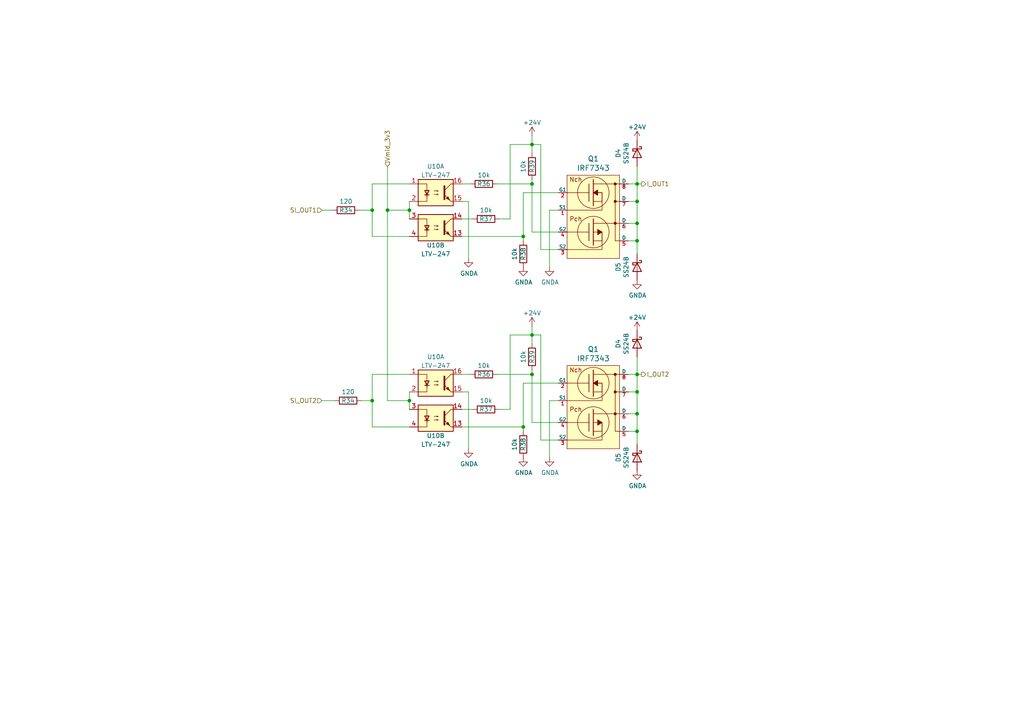
<source format=kicad_sch>
(kicad_sch (version 20230121) (generator eeschema)
  (paper "A4")
  (lib_symbols
    (symbol "Device:D_Schottky" (pin_numbers hide) (pin_names (offset 1.016) hide)
      (property "Reference" "D" (at 0 2.54 0))
      (property "Value" "D_Schottky" (at 0 -2.54 0))
      (symbol "D_Schottky_0_1"
        (polyline (pts (xy 1.27 0) (xy -1.27 0)))
        (polyline (pts (xy 1.27 1.27) (xy 1.27 -1.27) (xy -1.27 0) (xy 1.27 1.27)) (stroke (width 0.254)))
        (polyline (pts (xy -1.905 0.635) (xy -1.905 1.27) (xy -1.27 1.27) (xy -1.27 -1.27) (xy -0.635 -1.27) (xy -0.635 -0.635)) (stroke (width 0.254)))
      )
      (symbol "D_Schottky_1_1"
        (pin passive line (at -3.81 0 0) (length 2.54) (name "K") (number "1"))
        (pin passive line (at 3.81 0 180) (length 2.54) (name "A") (number "2"))
      )
    )
    (symbol "Device:R" (pin_numbers hide) (pin_names (offset 0))
      (property "Reference" "R" (at 2.032 0 90))
      (property "Value" "R" (at 0 0 90))
      (symbol "R_0_1"
        (rectangle (start -1.016 -2.54) (end 1.016 2.54) (stroke (width 0.254)))
      )
      (symbol "R_1_1"
        (pin passive line (at 0 3.81 270) (length 1.27) (name "~") (number "1"))
        (pin passive line (at 0 -3.81 90) (length 1.27) (name "~") (number "2"))
      )
    )
    (symbol "Isolator:LTV-247"
      (property "Reference" "U" (at -5.08 5.08 0))
      (property "Value" "LTV-247" (at 0 5.08 0))
      (symbol "LTV-247_0_1"
        (rectangle (start -5.08 3.81) (end 5.08 -3.81) (stroke (width 0.254)) (fill (type background)))
        (polyline (pts (xy -3.175 -0.635) (xy -1.905 -0.635)) (stroke (width 0.254)))
        (polyline (pts (xy 2.54 0.635) (xy 4.445 2.54)))
        (polyline (pts (xy 4.445 -2.54) (xy 2.54 -0.635)) (fill (type outline)))
        (polyline (pts (xy 4.445 -2.54) (xy 5.08 -2.54)))
        (polyline (pts (xy 4.445 2.54) (xy 5.08 2.54)))
        (polyline (pts (xy -2.54 -0.635) (xy -2.54 -2.54) (xy -5.08 -2.54)))
        (polyline (pts (xy 2.54 1.905) (xy 2.54 -1.905) (xy 2.54 -1.905)) (stroke (width 0.508)))
        (polyline (pts (xy -5.08 2.54) (xy -2.54 2.54) (xy -2.54 -1.27) (xy -2.54 0.635)))
        (polyline (pts (xy -2.54 -0.635) (xy -3.175 0.635) (xy -1.905 0.635) (xy -2.54 -0.635)) (stroke (width 0.254)))
        (polyline (pts (xy -0.508 -0.508) (xy 0.762 -0.508) (xy 0.381 -0.635) (xy 0.381 -0.381) (xy 0.762 -0.508)))
        (polyline (pts (xy -0.508 0.508) (xy 0.762 0.508) (xy 0.381 0.381) (xy 0.381 0.635) (xy 0.762 0.508)))
        (polyline (pts (xy 3.048 -1.651) (xy 3.556 -1.143) (xy 4.064 -2.159) (xy 3.048 -1.651) (xy 3.048 -1.651)) (fill (type outline)))
      )
      (symbol "LTV-247_1_1"
        (pin passive line (at -7.62 2.54 0) (length 2.54) (name "~") (number "1"))
        (pin passive line (at 7.62 -2.54 180) (length 2.54) (name "~") (number "15"))
        (pin passive line (at 7.62 2.54 180) (length 2.54) (name "~") (number "16"))
        (pin passive line (at -7.62 -2.54 0) (length 2.54) (name "~") (number "2"))
      )
      (symbol "LTV-247_2_1"
        (pin passive line (at 7.62 -2.54 180) (length 2.54) (name "~") (number "13"))
        (pin passive line (at 7.62 2.54 180) (length 2.54) (name "~") (number "14"))
        (pin passive line (at -7.62 2.54 0) (length 2.54) (name "~") (number "3"))
        (pin passive line (at -7.62 -2.54 0) (length 2.54) (name "~") (number "4"))
      )
      (symbol "LTV-247_3_1"
        (pin passive line (at 7.62 -2.54 180) (length 2.54) (name "~") (number "11"))
        (pin passive line (at 7.62 2.54 180) (length 2.54) (name "~") (number "12"))
        (pin passive line (at -7.62 2.54 0) (length 2.54) (name "~") (number "5"))
        (pin passive line (at -7.62 -2.54 0) (length 2.54) (name "~") (number "6"))
      )
      (symbol "LTV-247_4_1"
        (pin passive line (at 7.62 2.54 180) (length 2.54) (name "~") (number "10"))
        (pin passive line (at -7.62 2.54 0) (length 2.54) (name "~") (number "7"))
        (pin passive line (at -7.62 -2.54 0) (length 2.54) (name "~") (number "8"))
        (pin passive line (at 7.62 -2.54 180) (length 2.54) (name "~") (number "9"))
      )
    )
    (symbol "cc_transistor:IRF7389" (pin_names (offset 0))
      (property "Reference" "Q" (at 7.62 2.54 0))
      (property "Value" "IRF7389" (at 7.62 -26.67 0))
      (symbol "IRF7389_0_0"
        (text "Nch" (at 2.54 -1.27 0) (effects (font (size 1.27 1.27))))
        (text "Pch" (at 2.54 -12.7 0) (effects (font (size 1.27 1.27))))
      )
      (symbol "IRF7389_0_1"
        (polyline (pts (xy -1.27 -16.51) (xy 6.35 -16.51)))
        (polyline (pts (xy 0 -5.08) (xy 6.35 -5.08)))
        (polyline (pts (xy 6.35 -19.05) (xy 6.35 -13.97)) (stroke (width 0.2032)))
        (polyline (pts (xy 7.62 -20.32) (xy 7.62 -12.7)) (stroke (width 0.254)))
        (polyline (pts (xy 7.62 -16.51) (xy 8.89 -16.51)))
        (polyline (pts (xy 10.16 -19.05) (xy 7.62 -19.05)))
        (polyline (pts (xy 10.16 -19.05) (xy 10.16 -16.51)) (stroke (width 0.2032)))
        (polyline (pts (xy 10.16 -13.97) (xy 7.62 -13.97)))
        (polyline (pts (xy 10.16 -13.97) (xy 15.24 -13.97)))
        (polyline (pts (xy 13.97 -7.62) (xy 13.97 -13.97)))
        (polyline (pts (xy 15.24 -2.54) (xy 10.16 -2.54)))
        (polyline (pts (xy 13.97 -13.97) (xy 13.97 -19.05) (xy 15.24 -19.05)))
        (polyline (pts (xy 13.97 -2.54) (xy 13.97 -7.62) (xy 15.24 -7.62)))
        (polyline (pts (xy 0 -10.16) (xy 2.54 -10.16) (xy 10.16 -10.16) (xy 10.16 -7.62)))
        (polyline (pts (xy 10.16 -19.05) (xy 10.16 -21.59) (xy 2.54 -21.59) (xy 0 -21.59)))
        (rectangle (start 0 0) (end 15.24 -24.13) (fill (type background)))
        (circle (center 7.62 -16.51) (radius 4.572))
        (circle (center 7.62 -5.08) (radius 4.572))
        (circle (center 13.97 -13.97) (radius 0.3556) (fill (type outline)))
        (circle (center 13.97 -7.62) (radius 0.3556) (fill (type outline)))
        (circle (center 13.97 -2.54) (radius 0.3556) (fill (type outline)))
      )
      (symbol "IRF7389_1_1"
        (polyline (pts (xy 6.35 -7.62) (xy 6.35 -2.54)) (stroke (width 0.2032)))
        (polyline (pts (xy 7.62 -8.89) (xy 7.62 -1.27)) (stroke (width 0.254)))
        (polyline (pts (xy 10.16 -7.62) (xy 7.62 -7.62)))
        (polyline (pts (xy 10.16 -2.54) (xy 7.62 -2.54)))
        (polyline (pts (xy 10.16 -7.62) (xy 10.16 -5.08) (xy 8.89 -5.08)) (stroke (width 0.2032)))
        (polyline (pts (xy 8.89 -15.748) (xy 8.89 -17.272) (xy 10.16 -16.51) (xy 8.89 -15.748) (xy 8.89 -15.748)) (stroke (width 0.2032)) (fill (type outline)))
        (polyline (pts (xy 8.89 -4.318) (xy 8.89 -5.842) (xy 7.62 -5.08) (xy 8.89 -4.318) (xy 8.89 -4.318)) (stroke (width 0.2032)) (fill (type outline)))
        (pin passive line (at -2.54 -10.16 0) (length 2.54) (name "S1") (number "1"))
        (pin input line (at -2.54 -5.08 0) (length 2.54) (name "G1") (number "2"))
        (pin passive line (at -2.54 -21.59 0) (length 2.54) (name "S2") (number "3"))
        (pin input line (at -2.54 -16.51 0) (length 2.54) (name "G2") (number "4"))
        (pin passive line (at 17.78 -19.05 180) (length 2.54) (name "D") (number "5"))
        (pin passive line (at 17.78 -13.97 180) (length 2.54) (name "D") (number "6"))
        (pin passive line (at 17.78 -7.62 180) (length 2.54) (name "D") (number "7"))
        (pin passive line (at 17.78 -2.54 180) (length 2.54) (name "D") (number "8"))
      )
    )
    (symbol "power:+24V" (power) (pin_names (offset 0))
      (property "Value" "+24V" (at 0 3.556 0))
      (symbol "+24V_0_1"
        (polyline (pts (xy -0.762 1.27) (xy 0 2.54)))
        (polyline (pts (xy 0 0) (xy 0 2.54)))
        (polyline (pts (xy 0 2.54) (xy 0.762 1.27)))
      )
      (symbol "+24V_1_1"
        (pin power_in line (at 0 0 90) (length 0) hide (name "+24V") (number "1"))
      )
    )
    (symbol "power:GNDA" (power) (pin_names (offset 0))
      (property "Value" "GNDA" (at 0 -3.81 0))
      (symbol "GNDA_0_1"
        (polyline (pts (xy 0 0) (xy 0 -1.27) (xy 1.27 -1.27) (xy 0 -2.54) (xy -1.27 -1.27) (xy 0 -1.27)))
      )
      (symbol "GNDA_1_1"
        (pin power_in line (at 0 0 270) (length 0) hide (name "GNDA") (number "1"))
      )
    )
  )
  (junction (at 107.95 60.96))
  (junction (at 184.785 113.665))
  (junction (at 154.305 97.155))
  (junction (at 184.785 69.85))
  (junction (at 184.785 53.34))
  (junction (at 151.765 123.825))
  (junction (at 107.95 116.205))
  (junction (at 184.785 64.77))
  (junction (at 184.785 108.585))
  (junction (at 184.785 120.015))
  (junction (at 154.305 108.585))
  (junction (at 184.785 58.42))
  (junction (at 154.305 41.91))
  (junction (at 112.395 60.96))
  (junction (at 118.745 116.205))
  (junction (at 154.305 53.34))
  (junction (at 151.765 68.58))
  (junction (at 118.745 60.96))
  (junction (at 184.785 125.095))
  (wire (pts (xy 112.395 60.96) (xy 112.395 116.205)))
  (wire (pts (xy 133.985 58.42) (xy 135.89 58.42)))
  (wire (pts (xy 184.785 108.585) (xy 186.055 108.585)))
  (wire (pts (xy 156.845 41.91) (xy 154.305 41.91)))
  (wire (pts (xy 154.305 53.34) (xy 154.305 52.07)))
  (wire (pts (xy 182.245 113.665) (xy 184.785 113.665)))
  (wire (pts (xy 118.745 113.665) (xy 118.745 116.205)))
  (wire (pts (xy 182.245 53.34) (xy 184.785 53.34)))
  (wire (pts (xy 184.785 108.585) (xy 184.785 113.665)))
  (wire (pts (xy 144.78 63.5) (xy 147.955 63.5)))
  (wire (pts (xy 93.345 60.96) (xy 96.52 60.96)))
  (wire (pts (xy 93.345 116.205) (xy 97.155 116.205)))
  (wire (pts (xy 107.95 60.96) (xy 107.95 68.58)))
  (wire (pts (xy 151.765 111.125) (xy 151.765 123.825)))
  (wire (pts (xy 161.925 55.88) (xy 151.765 55.88)))
  (wire (pts (xy 159.385 60.96) (xy 159.385 77.47)))
  (wire (pts (xy 133.985 68.58) (xy 151.765 68.58)))
  (wire (pts (xy 184.785 113.665) (xy 184.785 120.015)))
  (wire (pts (xy 182.245 64.77) (xy 184.785 64.77)))
  (wire (pts (xy 107.95 53.34) (xy 118.745 53.34)))
  (wire (pts (xy 104.775 116.205) (xy 107.95 116.205)))
  (wire (pts (xy 154.305 41.91) (xy 154.305 39.37)))
  (wire (pts (xy 133.985 63.5) (xy 137.16 63.5)))
  (wire (pts (xy 135.89 58.42) (xy 135.89 74.93)))
  (wire (pts (xy 151.765 68.58) (xy 151.765 69.85)))
  (wire (pts (xy 184.785 64.77) (xy 184.785 69.85)))
  (wire (pts (xy 112.395 60.96) (xy 112.395 48.26)))
  (wire (pts (xy 133.985 123.825) (xy 151.765 123.825)))
  (wire (pts (xy 184.785 125.095) (xy 184.785 128.905)))
  (wire (pts (xy 135.89 113.665) (xy 135.89 130.175)))
  (wire (pts (xy 107.95 68.58) (xy 118.745 68.58)))
  (wire (pts (xy 118.745 60.96) (xy 118.745 63.5)))
  (wire (pts (xy 147.955 63.5) (xy 147.955 41.91)))
  (wire (pts (xy 154.305 122.555) (xy 154.305 108.585)))
  (wire (pts (xy 161.925 72.39) (xy 156.845 72.39)))
  (wire (pts (xy 156.845 97.155) (xy 154.305 97.155)))
  (wire (pts (xy 182.245 58.42) (xy 184.785 58.42)))
  (wire (pts (xy 184.785 58.42) (xy 184.785 64.77)))
  (wire (pts (xy 151.765 123.825) (xy 151.765 125.095)))
  (wire (pts (xy 184.785 53.34) (xy 186.055 53.34)))
  (wire (pts (xy 147.955 41.91) (xy 154.305 41.91)))
  (wire (pts (xy 154.305 97.155) (xy 154.305 94.615)))
  (wire (pts (xy 154.305 67.31) (xy 154.305 53.34)))
  (wire (pts (xy 184.785 120.015) (xy 184.785 125.095)))
  (wire (pts (xy 147.955 118.745) (xy 147.955 97.155)))
  (wire (pts (xy 161.925 122.555) (xy 154.305 122.555)))
  (wire (pts (xy 107.95 123.825) (xy 118.745 123.825)))
  (wire (pts (xy 112.395 116.205) (xy 118.745 116.205)))
  (wire (pts (xy 144.145 53.34) (xy 154.305 53.34)))
  (wire (pts (xy 107.95 108.585) (xy 118.745 108.585)))
  (wire (pts (xy 182.245 108.585) (xy 184.785 108.585)))
  (wire (pts (xy 184.785 69.85) (xy 184.785 73.66)))
  (wire (pts (xy 144.145 108.585) (xy 154.305 108.585)))
  (wire (pts (xy 161.925 127.635) (xy 156.845 127.635)))
  (wire (pts (xy 161.925 60.96) (xy 159.385 60.96)))
  (wire (pts (xy 184.785 103.505) (xy 184.785 108.585)))
  (wire (pts (xy 118.745 116.205) (xy 118.745 118.745)))
  (wire (pts (xy 147.955 97.155) (xy 154.305 97.155)))
  (wire (pts (xy 133.985 53.34) (xy 136.525 53.34)))
  (wire (pts (xy 156.845 127.635) (xy 156.845 97.155)))
  (wire (pts (xy 182.245 120.015) (xy 184.785 120.015)))
  (wire (pts (xy 151.765 55.88) (xy 151.765 68.58)))
  (wire (pts (xy 184.785 48.26) (xy 184.785 53.34)))
  (wire (pts (xy 154.305 97.155) (xy 154.305 99.695)))
  (wire (pts (xy 156.845 72.39) (xy 156.845 41.91)))
  (wire (pts (xy 118.745 58.42) (xy 118.745 60.96)))
  (wire (pts (xy 161.925 116.205) (xy 159.385 116.205)))
  (wire (pts (xy 184.785 53.34) (xy 184.785 58.42)))
  (wire (pts (xy 107.95 60.96) (xy 107.95 53.34)))
  (wire (pts (xy 118.745 60.96) (xy 112.395 60.96)))
  (wire (pts (xy 154.305 41.91) (xy 154.305 44.45)))
  (wire (pts (xy 104.14 60.96) (xy 107.95 60.96)))
  (wire (pts (xy 133.985 108.585) (xy 136.525 108.585)))
  (wire (pts (xy 133.985 118.745) (xy 137.16 118.745)))
  (wire (pts (xy 107.95 116.205) (xy 107.95 108.585)))
  (wire (pts (xy 184.785 125.095) (xy 182.245 125.095)))
  (wire (pts (xy 107.95 116.205) (xy 107.95 123.825)))
  (wire (pts (xy 161.925 67.31) (xy 154.305 67.31)))
  (wire (pts (xy 144.78 118.745) (xy 147.955 118.745)))
  (wire (pts (xy 133.985 113.665) (xy 135.89 113.665)))
  (wire (pts (xy 161.925 111.125) (xy 151.765 111.125)))
  (wire (pts (xy 154.305 108.585) (xy 154.305 107.315)))
  (wire (pts (xy 159.385 116.205) (xy 159.385 132.715)))
  (wire (pts (xy 184.785 69.85) (xy 182.245 69.85)))
  (hierarchical_label "SI_OUT2" (shape input) (at 93.345 116.205 180))
  (hierarchical_label "SI_OUT1" (shape input) (at 93.345 60.96 180))
  (hierarchical_label "I_OUT2" (shape output) (at 186.055 108.585 0))
  (hierarchical_label "Vmid_3v3" (shape input) (at 112.395 48.26 90))
  (hierarchical_label "I_OUT1" (shape output) (at 186.055 53.34 0))
  (symbol (lib_id "Device:R") (at 100.33 60.96 90) (unit 1)
    (property "Reference" "R34" (at 100.33 60.96 90))
    (property "Value" "120" (at 100.33 58.42 90))
    (property "Footprint" "Resistor_SMD:R_0402_1005Metric" (effects hide))
    (instances (project "door_if4_usb.v2" (path "" (reference "R34") (unit 1)) (path "" (reference "R2") (unit 1)) (path "" (reference "R22") (unit 1)) (path "" (reference "R34") (unit 1))))
  )
  (symbol (lib_id "power:+24V") (at 154.305 94.615 0) (unit 1)
    (property "Reference" "#PWR020" (effects hide))
    (property "Value" "+24V" (at 154.305 90.805 0))
    (instances (project "door_if4_usb.v2" (path "" (reference "#PWR020") (unit 1)) (path "" (reference "#PWR021") (unit 1)) (path "" (reference "#PWR039") (unit 1)) (path "" (reference "#PWR055") (unit 1))))
  )
  (symbol (lib_id "Isolator:LTV-247") (at 126.365 121.285 0) (unit 2)
    (property "Reference" "U10" (at 126.365 126.365 0))
    (property "Value" "LTV-247" (at 126.365 128.905 0))
    (property "Footprint" "Package_SO:SOP-16_4.4x10.4mm_P1.27mm" (effects hide))
    (property "Datasheet" "http://optoelectronics.liteon.com/upload/download/DS70-2009-0014/LTV-2X7%20sereis%20Mar17.PDF" (effects hide))
    (instances (project "door_if4_usb.v2" (path "" (reference "U10") (unit 2)) (path "" (reference "U2") (unit 4)) (path "" (reference "U4") (unit 4)) (path "" (reference "U5") (unit 4))))
  )
  (symbol (lib_id "power:GNDA") (at 135.89 74.93 0) (unit 1)
    (property "Reference" "#PWR018" (effects hide))
    (property "Value" "GNDA" (at 136.017 79.3242 0))
    (instances (project "door_if4_usb.v2" (path "" (reference "#PWR018") (unit 1)) (path "" (reference "#PWR016") (unit 1)) (path "" (reference "#PWR034") (unit 1)) (path "" (reference "#PWR050") (unit 1))))
  )
  (symbol (lib_id "power:+24V") (at 184.785 95.885 0) (unit 1)
    (property "Reference" "#PWR022" (effects hide))
    (property "Value" "+24V" (at 184.785 92.075 0))
    (instances (project "door_if4_usb.v2" (path "" (reference "#PWR022") (unit 1)) (path "" (reference "#PWR026") (unit 1)) (path "" (reference "#PWR044") (unit 1)) (path "" (reference "#PWR060") (unit 1))))
  )
  (symbol (lib_id "Device:R") (at 140.335 108.585 90) (unit 1)
    (property "Reference" "R36" (at 140.335 108.585 90))
    (property "Value" "10k" (at 140.335 106.045 90))
    (property "Footprint" "Resistor_SMD:R_0402_1005Metric" (effects hide))
    (instances (project "door_if4_usb.v2" (path "" (reference "R36") (unit 1)) (path "" (reference "R7") (unit 1)) (path "" (reference "R27") (unit 1)) (path "" (reference "R39") (unit 1))))
  )
  (symbol (lib_id "Device:D_Schottky") (at 184.785 132.715 270) (unit 1)
    (property "Reference" "D5" (at 179.2986 132.715 0))
    (property "Value" "SS24B" (at 181.61 132.715 0))
    (property "Footprint" "Diode_SMD:D_SMB" (effects hide))
    (instances (project "door_if4_usb.v2" (path "" (reference "D5") (unit 1)) (path "" (reference "D9") (unit 1)) (path "" (reference "D17") (unit 1)) (path "" (reference "D25") (unit 1))))
  )
  (symbol (lib_id "Isolator:LTV-247") (at 126.365 55.88 0) (unit 1)
    (property "Reference" "U10" (at 126.365 48.26 0))
    (property "Value" "LTV-247" (at 126.365 50.8 0))
    (property "Footprint" "Package_SO:SOP-16_4.4x10.4mm_P1.27mm" (effects hide))
    (property "Datasheet" "http://optoelectronics.liteon.com/upload/download/DS70-2009-0014/LTV-2X7%20sereis%20Mar17.PDF" (effects hide))
    (instances (project "door_if4_usb.v2" (path "" (reference "U10") (unit 1)) (path "" (reference "U2") (unit 1)) (path "" (reference "U4") (unit 1)) (path "" (reference "U5") (unit 1))))
  )
  (symbol (lib_id "power:GNDA") (at 151.765 77.47 0) (unit 1)
    (property "Reference" "#PWR019" (effects hide))
    (property "Value" "GNDA" (at 151.892 81.8642 0))
    (instances (project "door_if4_usb.v2" (path "" (reference "#PWR019") (unit 1)) (path "" (reference "#PWR018") (unit 1)) (path "" (reference "#PWR036") (unit 1)) (path "" (reference "#PWR052") (unit 1))))
  )
  (symbol (lib_id "Device:R") (at 154.305 48.26 180) (unit 1)
    (property "Reference" "R39" (at 154.305 48.26 90))
    (property "Value" "10k" (at 151.765 48.26 90))
    (property "Footprint" "Resistor_SMD:R_0402_1005Metric" (effects hide))
    (instances (project "door_if4_usb.v2" (path "" (reference "R39") (unit 1)) (path "" (reference "R12") (unit 1)) (path "" (reference "R32") (unit 1)) (path "" (reference "R44") (unit 1))))
  )
  (symbol (lib_id "Device:R") (at 140.97 118.745 90) (unit 1)
    (property "Reference" "R37" (at 140.97 118.745 90))
    (property "Value" "10k" (at 140.97 116.205 90))
    (property "Footprint" "Resistor_SMD:R_0402_1005Metric" (effects hide))
    (instances (project "door_if4_usb.v2" (path "" (reference "R37") (unit 1)) (path "" (reference "R9") (unit 1)) (path "" (reference "R29") (unit 1)) (path "" (reference "R41") (unit 1))))
  )
  (symbol (lib_id "power:GNDA") (at 135.89 130.175 0) (unit 1)
    (property "Reference" "#PWR018" (effects hide))
    (property "Value" "GNDA" (at 136.017 134.5692 0))
    (instances (project "door_if4_usb.v2" (path "" (reference "#PWR018") (unit 1)) (path "" (reference "#PWR017") (unit 1)) (path "" (reference "#PWR035") (unit 1)) (path "" (reference "#PWR051") (unit 1))))
  )
  (symbol (lib_id "power:+24V") (at 184.785 40.64 0) (unit 1)
    (property "Reference" "#PWR022" (effects hide))
    (property "Value" "+24V" (at 184.785 36.83 0))
    (instances (project "door_if4_usb.v2" (path "" (reference "#PWR022") (unit 1)) (path "" (reference "#PWR024") (unit 1)) (path "" (reference "#PWR042") (unit 1)) (path "" (reference "#PWR058") (unit 1))))
  )
  (symbol (lib_id "Device:R") (at 154.305 103.505 180) (unit 1)
    (property "Reference" "R39" (at 154.305 103.505 90))
    (property "Value" "10k" (at 151.765 103.505 90))
    (property "Footprint" "Resistor_SMD:R_0402_1005Metric" (effects hide))
    (instances (project "door_if4_usb.v2" (path "" (reference "R39") (unit 1)) (path "" (reference "R13") (unit 1)) (path "" (reference "R33") (unit 1)) (path "" (reference "R45") (unit 1))))
  )
  (symbol (lib_id "power:GNDA") (at 159.385 132.715 0) (unit 1)
    (property "Reference" "#PWR021" (effects hide))
    (property "Value" "GNDA" (at 159.512 137.1092 0))
    (instances (project "door_if4_usb.v2" (path "" (reference "#PWR021") (unit 1)) (path "" (reference "#PWR023") (unit 1)) (path "" (reference "#PWR041") (unit 1)) (path "" (reference "#PWR057") (unit 1))))
  )
  (symbol (lib_id "power:+24V") (at 154.305 39.37 0) (unit 1)
    (property "Reference" "#PWR020" (effects hide))
    (property "Value" "+24V" (at 154.305 35.56 0))
    (instances (project "door_if4_usb.v2" (path "" (reference "#PWR020") (unit 1)) (path "" (reference "#PWR020") (unit 1)) (path "" (reference "#PWR038") (unit 1)) (path "" (reference "#PWR054") (unit 1))))
  )
  (symbol (lib_id "Device:D_Schottky") (at 184.785 99.695 270) (unit 1)
    (property "Reference" "D4" (at 179.2986 99.695 0))
    (property "Value" "SS24B" (at 181.61 99.695 0))
    (property "Footprint" "Diode_SMD:D_SMB" (effects hide))
    (instances (project "door_if4_usb.v2" (path "" (reference "D4") (unit 1)) (path "" (reference "D8") (unit 1)) (path "" (reference "D16") (unit 1)) (path "" (reference "D24") (unit 1))))
  )
  (symbol (lib_id "power:GNDA") (at 151.765 132.715 0) (unit 1)
    (property "Reference" "#PWR019" (effects hide))
    (property "Value" "GNDA" (at 151.892 137.1092 0))
    (instances (project "door_if4_usb.v2" (path "" (reference "#PWR019") (unit 1)) (path "" (reference "#PWR019") (unit 1)) (path "" (reference "#PWR037") (unit 1)) (path "" (reference "#PWR053") (unit 1))))
  )
  (symbol (lib_id "Device:R") (at 151.765 73.66 180) (unit 1)
    (property "Reference" "R38" (at 151.765 73.66 90))
    (property "Value" "10k" (at 149.225 73.66 90))
    (property "Footprint" "Resistor_SMD:R_0402_1005Metric" (effects hide))
    (instances (project "door_if4_usb.v2" (path "" (reference "R38") (unit 1)) (path "" (reference "R10") (unit 1)) (path "" (reference "R30") (unit 1)) (path "" (reference "R42") (unit 1))))
  )
  (symbol (lib_id "cc_transistor:IRF7389") (at 164.465 50.8 0) (unit 1)
    (property "Reference" "Q1" (at 172.085 46.0502 0) (effects (font (size 1.524 1.524))))
    (property "Value" "IRF7343" (at 172.085 48.7426 0) (effects (font (size 1.524 1.524))))
    (property "Footprint" "Package_SO:SO-8_3.9x4.9mm_P1.27mm" (effects hide))
    (instances (project "door_if4_usb.v2" (path "" (reference "Q1") (unit 1)) (path "" (reference "Q1") (unit 1)) (path "" (reference "Q3") (unit 1)) (path "" (reference "Q5") (unit 1))))
  )
  (symbol (lib_id "Device:D_Schottky") (at 184.785 77.47 270) (unit 1)
    (property "Reference" "D5" (at 179.2986 77.47 0))
    (property "Value" "SS24B" (at 181.61 77.47 0))
    (property "Footprint" "Diode_SMD:D_SMB" (effects hide))
    (instances (project "door_if4_usb.v2" (path "" (reference "D5") (unit 1)) (path "" (reference "D7") (unit 1)) (path "" (reference "D15") (unit 1)) (path "" (reference "D23") (unit 1))))
  )
  (symbol (lib_id "cc_transistor:IRF7389") (at 164.465 106.045 0) (unit 1)
    (property "Reference" "Q1" (at 172.085 101.2952 0) (effects (font (size 1.524 1.524))))
    (property "Value" "IRF7343" (at 172.085 103.9876 0) (effects (font (size 1.524 1.524))))
    (property "Footprint" "Package_SO:SO-8_3.9x4.9mm_P1.27mm" (effects hide))
    (instances (project "door_if4_usb.v2" (path "" (reference "Q1") (unit 1)) (path "" (reference "Q2") (unit 1)) (path "" (reference "Q4") (unit 1)) (path "" (reference "Q6") (unit 1))))
  )
  (symbol (lib_id "Device:R") (at 140.97 63.5 90) (unit 1)
    (property "Reference" "R37" (at 140.97 63.5 90))
    (property "Value" "10k" (at 140.97 60.96 90))
    (property "Footprint" "Resistor_SMD:R_0402_1005Metric" (effects hide))
    (instances (project "door_if4_usb.v2" (path "" (reference "R37") (unit 1)) (path "" (reference "R8") (unit 1)) (path "" (reference "R28") (unit 1)) (path "" (reference "R40") (unit 1))))
  )
  (symbol (lib_id "power:GNDA") (at 184.785 81.28 0) (unit 1)
    (property "Reference" "#PWR023" (effects hide))
    (property "Value" "GNDA" (at 184.912 85.6742 0))
    (instances (project "door_if4_usb.v2" (path "" (reference "#PWR023") (unit 1)) (path "" (reference "#PWR025") (unit 1)) (path "" (reference "#PWR043") (unit 1)) (path "" (reference "#PWR059") (unit 1))))
  )
  (symbol (lib_id "power:GNDA") (at 159.385 77.47 0) (unit 1)
    (property "Reference" "#PWR021" (effects hide))
    (property "Value" "GNDA" (at 159.512 81.8642 0))
    (instances (project "door_if4_usb.v2" (path "" (reference "#PWR021") (unit 1)) (path "" (reference "#PWR022") (unit 1)) (path "" (reference "#PWR040") (unit 1)) (path "" (reference "#PWR056") (unit 1))))
  )
  (symbol (lib_id "Device:R") (at 140.335 53.34 90) (unit 1)
    (property "Reference" "R36" (at 140.335 53.34 90))
    (property "Value" "10k" (at 140.335 50.8 90))
    (property "Footprint" "Resistor_SMD:R_0402_1005Metric" (effects hide))
    (instances (project "door_if4_usb.v2" (path "" (reference "R36") (unit 1)) (path "" (reference "R6") (unit 1)) (path "" (reference "R26") (unit 1)) (path "" (reference "R38") (unit 1))))
  )
  (symbol (lib_id "Device:R") (at 100.965 116.205 90) (unit 1)
    (property "Reference" "R34" (at 100.965 116.205 90))
    (property "Value" "120" (at 100.965 113.665 90))
    (property "Footprint" "Resistor_SMD:R_0402_1005Metric" (effects hide))
    (instances (project "door_if4_usb.v2" (path "" (reference "R34") (unit 1)) (path "" (reference "R4") (unit 1)) (path "" (reference "R24") (unit 1)) (path "" (reference "R36") (unit 1))))
  )
  (symbol (lib_id "Device:D_Schottky") (at 184.785 44.45 270) (unit 1)
    (property "Reference" "D4" (at 179.2986 44.45 0))
    (property "Value" "SS24B" (at 181.61 44.45 0))
    (property "Footprint" "Diode_SMD:D_SMB" (effects hide))
    (instances (project "door_if4_usb.v2" (path "" (reference "D4") (unit 1)) (path "" (reference "D6") (unit 1)) (path "" (reference "D14") (unit 1)) (path "" (reference "D22") (unit 1))))
  )
  (symbol (lib_id "Isolator:LTV-247") (at 126.365 66.04 0) (unit 2)
    (property "Reference" "U10" (at 126.365 71.12 0))
    (property "Value" "LTV-247" (at 126.365 73.66 0))
    (property "Footprint" "Package_SO:SOP-16_4.4x10.4mm_P1.27mm" (effects hide))
    (property "Datasheet" "http://optoelectronics.liteon.com/upload/download/DS70-2009-0014/LTV-2X7%20sereis%20Mar17.PDF" (effects hide))
    (instances (project "door_if4_usb.v2" (path "" (reference "U10") (unit 2)) (path "" (reference "U2") (unit 2)) (path "" (reference "U4") (unit 2)) (path "" (reference "U5") (unit 2))))
  )
  (symbol (lib_id "Isolator:LTV-247") (at 126.365 111.125 0) (unit 1)
    (property "Reference" "U10" (at 126.365 103.505 0))
    (property "Value" "LTV-247" (at 126.365 106.045 0))
    (property "Footprint" "Package_SO:SOP-16_4.4x10.4mm_P1.27mm" (effects hide))
    (property "Datasheet" "http://optoelectronics.liteon.com/upload/download/DS70-2009-0014/LTV-2X7%20sereis%20Mar17.PDF" (effects hide))
    (instances (project "door_if4_usb.v2" (path "" (reference "U10") (unit 1)) (path "" (reference "U2") (unit 3)) (path "" (reference "U4") (unit 3)) (path "" (reference "U5") (unit 3))))
  )
  (symbol (lib_id "power:GNDA") (at 184.785 136.525 0) (unit 1)
    (property "Reference" "#PWR023" (effects hide))
    (property "Value" "GNDA" (at 184.912 140.9192 0))
    (instances (project "door_if4_usb.v2" (path "" (reference "#PWR023") (unit 1)) (path "" (reference "#PWR027") (unit 1)) (path "" (reference "#PWR045") (unit 1)) (path "" (reference "#PWR061") (unit 1))))
  )
  (symbol (lib_id "Device:R") (at 151.765 128.905 180) (unit 1)
    (property "Reference" "R38" (at 151.765 128.905 90))
    (property "Value" "10k" (at 149.225 128.905 90))
    (property "Footprint" "Resistor_SMD:R_0402_1005Metric" (effects hide))
    (instances (project "door_if4_usb.v2" (path "" (reference "R38") (unit 1)) (path "" (reference "R11") (unit 1)) (path "" (reference "R31") (unit 1)) (path "" (reference "R43") (unit 1))))
  )
)
</source>
